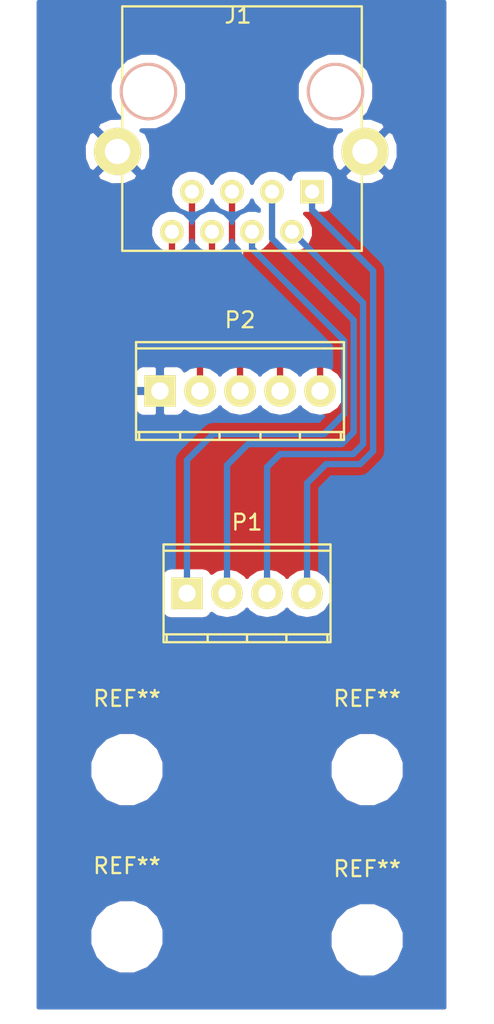
<source format=kicad_pcb>
(kicad_pcb (version 4) (host pcbnew "(2016-02-29 BZR 6601, Git bd80063)-product")

  (general
    (links 10)
    (no_connects 0)
    (area 0 0 0 0)
    (thickness 1.6)
    (drawings 0)
    (tracks 43)
    (zones 0)
    (modules 7)
    (nets 10)
  )

  (page A4)
  (layers
    (0 F.Cu signal)
    (31 B.Cu signal)
    (32 B.Adhes user)
    (33 F.Adhes user)
    (34 B.Paste user)
    (35 F.Paste user)
    (36 B.SilkS user)
    (37 F.SilkS user)
    (38 B.Mask user)
    (39 F.Mask user)
    (40 Dwgs.User user)
    (41 Cmts.User user)
    (42 Eco1.User user)
    (43 Eco2.User user)
    (44 Edge.Cuts user)
    (45 Margin user)
    (46 B.CrtYd user)
    (47 F.CrtYd user)
    (48 B.Fab user)
    (49 F.Fab user)
  )

  (setup
    (last_trace_width 0.4)
    (trace_clearance 0.2)
    (zone_clearance 0.508)
    (zone_45_only no)
    (trace_min 0.2)
    (segment_width 0.2)
    (edge_width 0.15)
    (via_size 0.6)
    (via_drill 0.4)
    (via_min_size 0.4)
    (via_min_drill 0.3)
    (uvia_size 0.3)
    (uvia_drill 0.1)
    (uvias_allowed no)
    (uvia_min_size 0.2)
    (uvia_min_drill 0.1)
    (pcb_text_width 0.3)
    (pcb_text_size 1.5 1.5)
    (mod_edge_width 0.15)
    (mod_text_size 1 1)
    (mod_text_width 0.15)
    (pad_size 1.524 1.524)
    (pad_drill 0.762)
    (pad_to_mask_clearance 0.2)
    (aux_axis_origin 0 0)
    (visible_elements FFFFFF7F)
    (pcbplotparams
      (layerselection 0x00030_ffffffff)
      (usegerberextensions false)
      (excludeedgelayer true)
      (linewidth 0.100000)
      (plotframeref false)
      (viasonmask false)
      (mode 1)
      (useauxorigin false)
      (hpglpennumber 1)
      (hpglpenspeed 20)
      (hpglpendiameter 15)
      (psnegative false)
      (psa4output false)
      (plotreference true)
      (plotvalue true)
      (plotinvisibletext false)
      (padsonsilk false)
      (subtractmaskfromsilk false)
      (outputformat 1)
      (mirror false)
      (drillshape 1)
      (scaleselection 1)
      (outputdirectory ""))
  )

  (net 0 "")
  (net 1 "Net-(J1-Pad1)")
  (net 2 "Net-(J1-Pad2)")
  (net 3 "Net-(J1-Pad3)")
  (net 4 "Net-(J1-Pad4)")
  (net 5 "Net-(J1-Pad5)")
  (net 6 "Net-(J1-Pad6)")
  (net 7 "Net-(J1-Pad7)")
  (net 8 "Net-(J1-Pad8)")
  (net 9 "Net-(J1-Pad9)")

  (net_class Default "Dies ist die voreingestellte Netzklasse."
    (clearance 0.2)
    (trace_width 0.4)
    (via_dia 0.6)
    (via_drill 0.4)
    (uvia_dia 0.3)
    (uvia_drill 0.1)
    (add_net "Net-(J1-Pad1)")
    (add_net "Net-(J1-Pad2)")
    (add_net "Net-(J1-Pad3)")
    (add_net "Net-(J1-Pad4)")
    (add_net "Net-(J1-Pad5)")
    (add_net "Net-(J1-Pad6)")
    (add_net "Net-(J1-Pad7)")
    (add_net "Net-(J1-Pad8)")
    (add_net "Net-(J1-Pad9)")
  )

  (module Mounting_Holes:MountingHole_3.5mm (layer F.Cu) (tedit 56D1B4CB) (tstamp 56E9651E)
    (at 140.97 128.5875)
    (descr "Mounting Hole 3.5mm, no annular")
    (tags "mounting hole 3.5mm no annular")
    (fp_text reference REF** (at 0 -4.5) (layer F.SilkS)
      (effects (font (size 1 1) (thickness 0.15)))
    )
    (fp_text value MountingHole_3.5mm (at 0 4.5) (layer F.Fab)
      (effects (font (size 1 1) (thickness 0.15)))
    )
    (fp_circle (center 0 0) (end 3.5 0) (layer Cmts.User) (width 0.15))
    (fp_circle (center 0 0) (end 3.75 0) (layer F.CrtYd) (width 0.05))
    (pad 1 np_thru_hole circle (at 0 0) (size 3.5 3.5) (drill 3.5) (layers *.Cu *.Mask F.SilkS))
  )

  (module Mounting_Holes:MountingHole_3.5mm (layer F.Cu) (tedit 56D1B4CB) (tstamp 56E9651A)
    (at 125.73 128.397)
    (descr "Mounting Hole 3.5mm, no annular")
    (tags "mounting hole 3.5mm no annular")
    (fp_text reference REF** (at 0 -4.5) (layer F.SilkS)
      (effects (font (size 1 1) (thickness 0.15)))
    )
    (fp_text value MountingHole_3.5mm (at 0 4.5) (layer F.Fab)
      (effects (font (size 1 1) (thickness 0.15)))
    )
    (fp_circle (center 0 0) (end 3.5 0) (layer Cmts.User) (width 0.15))
    (fp_circle (center 0 0) (end 3.75 0) (layer F.CrtYd) (width 0.05))
    (pad 1 np_thru_hole circle (at 0 0) (size 3.5 3.5) (drill 3.5) (layers *.Cu *.Mask F.SilkS))
  )

  (module Mounting_Holes:MountingHole_3.5mm (layer F.Cu) (tedit 56D1B4CB) (tstamp 56E96512)
    (at 140.97 117.7925)
    (descr "Mounting Hole 3.5mm, no annular")
    (tags "mounting hole 3.5mm no annular")
    (fp_text reference REF** (at 0 -4.5) (layer F.SilkS)
      (effects (font (size 1 1) (thickness 0.15)))
    )
    (fp_text value MountingHole_3.5mm (at 0 4.5) (layer F.Fab)
      (effects (font (size 1 1) (thickness 0.15)))
    )
    (fp_circle (center 0 0) (end 3.5 0) (layer Cmts.User) (width 0.15))
    (fp_circle (center 0 0) (end 3.75 0) (layer F.CrtYd) (width 0.05))
    (pad 1 np_thru_hole circle (at 0 0) (size 3.5 3.5) (drill 3.5) (layers *.Cu *.Mask F.SilkS))
  )

  (module Terminal_Blocks:TerminalBlock_Pheonix_MPT-2.54mm_4pol (layer F.Cu) (tedit 0) (tstamp 56E961CC)
    (at 129.54 106.6165)
    (descr "4-way 2.54mm pitch terminal block, Phoenix MPT series")
    (path /56E95F7A)
    (fp_text reference P1 (at 3.81 -4.50088) (layer F.SilkS)
      (effects (font (size 1 1) (thickness 0.15)))
    )
    (fp_text value CONN_4 (at 3.81 4.50088) (layer F.Fab)
      (effects (font (size 1 1) (thickness 0.15)))
    )
    (fp_line (start -1.778 -3.302) (end 9.398 -3.302) (layer F.CrtYd) (width 0.05))
    (fp_line (start -1.778 3.302) (end -1.778 -3.302) (layer F.CrtYd) (width 0.05))
    (fp_line (start 9.398 3.302) (end -1.778 3.302) (layer F.CrtYd) (width 0.05))
    (fp_line (start 9.398 -3.302) (end 9.398 3.302) (layer F.CrtYd) (width 0.05))
    (fp_line (start 9.11098 -3.0988) (end -1.49098 -3.0988) (layer F.SilkS) (width 0.15))
    (fp_line (start -1.49098 -2.70002) (end 9.11098 -2.70002) (layer F.SilkS) (width 0.15))
    (fp_line (start -1.49098 2.60096) (end 9.11098 2.60096) (layer F.SilkS) (width 0.15))
    (fp_line (start 9.11098 3.0988) (end -1.49098 3.0988) (layer F.SilkS) (width 0.15))
    (fp_line (start 6.30682 2.60096) (end 6.30682 3.0988) (layer F.SilkS) (width 0.15))
    (fp_line (start 3.81 2.60096) (end 3.81 3.0988) (layer F.SilkS) (width 0.15))
    (fp_line (start -1.28778 3.0988) (end -1.28778 2.60096) (layer F.SilkS) (width 0.15))
    (fp_line (start 8.91032 2.60096) (end 8.91032 3.0988) (layer F.SilkS) (width 0.15))
    (fp_line (start 1.31318 3.0988) (end 1.31318 2.60096) (layer F.SilkS) (width 0.15))
    (fp_line (start 9.10844 3.0988) (end 9.10844 -3.0988) (layer F.SilkS) (width 0.15))
    (fp_line (start -1.4859 -3.0988) (end -1.4859 3.0988) (layer F.SilkS) (width 0.15))
    (pad 4 thru_hole oval (at 7.62 0 180) (size 1.99898 1.99898) (drill 1.09728) (layers *.Cu *.Mask F.SilkS)
      (net 1 "Net-(J1-Pad1)"))
    (pad 1 thru_hole rect (at 0 0 180) (size 1.99898 1.99898) (drill 1.09728) (layers *.Cu *.Mask F.SilkS)
      (net 4 "Net-(J1-Pad4)"))
    (pad 2 thru_hole oval (at 2.54 0 180) (size 1.99898 1.99898) (drill 1.09728) (layers *.Cu *.Mask F.SilkS)
      (net 3 "Net-(J1-Pad3)"))
    (pad 3 thru_hole oval (at 5.08 0 180) (size 1.99898 1.99898) (drill 1.09728) (layers *.Cu *.Mask F.SilkS)
      (net 2 "Net-(J1-Pad2)"))
    (model Terminal_Blocks.3dshapes/TerminalBlock_Pheonix_MPT-2.54mm_4pol.wrl
      (at (xyz 0.15 0 0))
      (scale (xyz 1 1 1))
      (rotate (xyz 0 0 0))
    )
  )

  (module Terminal_Blocks:TerminalBlock_Pheonix_MPT-2.54mm_5pol (layer F.Cu) (tedit 0) (tstamp 56E961D5)
    (at 127.8255 93.7895)
    (descr "5-way 2.54mm pitch terminal block, Phoenix MPT series")
    (path /56E95FCC)
    (fp_text reference P2 (at 5.08 -4.50088) (layer F.SilkS)
      (effects (font (size 1 1) (thickness 0.15)))
    )
    (fp_text value CONN_5 (at 5.08 4.50088) (layer F.Fab)
      (effects (font (size 1 1) (thickness 0.15)))
    )
    (fp_line (start -1.778 -3.302) (end 11.938 -3.302) (layer F.CrtYd) (width 0.05))
    (fp_line (start -1.778 3.302) (end -1.778 -3.302) (layer F.CrtYd) (width 0.05))
    (fp_line (start 11.938 3.302) (end -1.778 3.302) (layer F.CrtYd) (width 0.05))
    (fp_line (start 11.938 -3.302) (end 11.938 3.302) (layer F.CrtYd) (width 0.05))
    (fp_line (start 8.87984 2.60096) (end 8.87984 3.0988) (layer F.SilkS) (width 0.15))
    (fp_line (start 11.67892 3.0988) (end -1.51892 3.0988) (layer F.SilkS) (width 0.15))
    (fp_line (start -1.51892 2.60096) (end 11.67892 2.60096) (layer F.SilkS) (width 0.15))
    (fp_line (start -1.51892 -2.70002) (end 11.67892 -2.70002) (layer F.SilkS) (width 0.15))
    (fp_line (start 11.67892 -3.0988) (end -1.51892 -3.0988) (layer F.SilkS) (width 0.15))
    (fp_line (start 6.37794 2.60096) (end 6.37794 3.0988) (layer F.SilkS) (width 0.15))
    (fp_line (start 3.77952 2.60096) (end 3.77952 3.0988) (layer F.SilkS) (width 0.15))
    (fp_line (start -1.31826 3.0988) (end -1.31826 2.60096) (layer F.SilkS) (width 0.15))
    (fp_line (start 11.47826 2.60096) (end 11.47826 3.0988) (layer F.SilkS) (width 0.15))
    (fp_line (start 1.2827 3.0988) (end 1.2827 2.60096) (layer F.SilkS) (width 0.15))
    (fp_line (start 11.67638 3.0988) (end 11.67638 -3.0988) (layer F.SilkS) (width 0.15))
    (fp_line (start -1.51638 -3.0988) (end -1.51638 3.0988) (layer F.SilkS) (width 0.15))
    (pad 4 thru_hole oval (at 7.62 0 180) (size 1.99898 1.99898) (drill 1.09728) (layers *.Cu *.Mask F.SilkS)
      (net 6 "Net-(J1-Pad6)"))
    (pad 1 thru_hole rect (at 0 0 180) (size 1.99898 1.99898) (drill 1.09728) (layers *.Cu *.Mask F.SilkS)
      (net 9 "Net-(J1-Pad9)"))
    (pad 2 thru_hole oval (at 2.54 0 180) (size 1.99898 1.99898) (drill 1.09728) (layers *.Cu *.Mask F.SilkS)
      (net 8 "Net-(J1-Pad8)"))
    (pad 3 thru_hole oval (at 5.08 0 180) (size 1.99898 1.99898) (drill 1.09728) (layers *.Cu *.Mask F.SilkS)
      (net 7 "Net-(J1-Pad7)"))
    (pad 5 thru_hole oval (at 10.16 0 180) (size 1.99898 1.99898) (drill 1.09728) (layers *.Cu *.Mask F.SilkS)
      (net 5 "Net-(J1-Pad5)"))
    (model Terminal_Blocks.3dshapes/TerminalBlock_Pheonix_MPT-2.54mm_5pol.wrl
      (at (xyz 0.2 0 0))
      (scale (xyz 1 1 1))
      (rotate (xyz 0 0 0))
    )
  )

  (module Mounting_Holes:MountingHole_3.5mm (layer F.Cu) (tedit 56D1B4CB) (tstamp 56E9650A)
    (at 125.73 117.7925)
    (descr "Mounting Hole 3.5mm, no annular")
    (tags "mounting hole 3.5mm no annular")
    (fp_text reference REF** (at 0 -4.5) (layer F.SilkS)
      (effects (font (size 1 1) (thickness 0.15)))
    )
    (fp_text value MountingHole_3.5mm (at 0 4.5) (layer F.Fab)
      (effects (font (size 1 1) (thickness 0.15)))
    )
    (fp_circle (center 0 0) (end 3.5 0) (layer Cmts.User) (width 0.15))
    (fp_circle (center 0 0) (end 3.75 0) (layer F.CrtYd) (width 0.05))
    (pad 1 np_thru_hole circle (at 0 0) (size 3.5 3.5) (drill 3.5) (layers *.Cu *.Mask F.SilkS))
  )

  (module rj45_vertical_mhrjj88nfvs:RJ45_8 (layer F.Cu) (tedit 56E965DE) (tstamp 56E96733)
    (at 133.0325 74.803 180)
    (tags RJ45)
    (path /56E95EDF)
    (fp_text reference J1 (at 0.254 4.826 180) (layer F.SilkS)
      (effects (font (size 1 1) (thickness 0.15)))
    )
    (fp_text value RJ45 (at 0.14224 -0.1016 180) (layer F.Fab)
      (effects (font (size 1 1) (thickness 0.15)))
    )
    (fp_line (start -7.6 5.4) (end 7.6 5.4) (layer F.SilkS) (width 0.15))
    (fp_line (start 7.6 5.4) (end 7.6 -10.1) (layer F.SilkS) (width 0.15))
    (fp_line (start 7.6 -10.1) (end -7.6 -10.1) (layer F.SilkS) (width 0.15))
    (fp_line (start -7.6 -10.1) (end -7.6 5.4) (layer F.SilkS) (width 0.15))
    (pad Hole np_thru_hole circle (at 5.93852 0 180) (size 3.64998 3.64998) (drill 3.2512) (layers *.Cu *.SilkS *.Mask))
    (pad Hole np_thru_hole circle (at -5.9309 0 180) (size 3.64998 3.64998) (drill 3.2512) (layers *.Cu *.SilkS *.Mask))
    (pad 1 thru_hole rect (at -4.445 -6.35 180) (size 1.50114 1.50114) (drill 0.89916) (layers *.Cu *.Mask F.SilkS)
      (net 1 "Net-(J1-Pad1)"))
    (pad 2 thru_hole circle (at -3.175 -8.89 180) (size 1.50114 1.50114) (drill 0.89916) (layers *.Cu *.Mask F.SilkS)
      (net 2 "Net-(J1-Pad2)"))
    (pad 3 thru_hole circle (at -1.905 -6.35 180) (size 1.50114 1.50114) (drill 0.89916) (layers *.Cu *.Mask F.SilkS)
      (net 3 "Net-(J1-Pad3)"))
    (pad 4 thru_hole circle (at -0.635 -8.89 180) (size 1.50114 1.50114) (drill 0.89916) (layers *.Cu *.Mask F.SilkS)
      (net 4 "Net-(J1-Pad4)"))
    (pad 5 thru_hole circle (at 0.635 -6.35 180) (size 1.50114 1.50114) (drill 0.89916) (layers *.Cu *.Mask F.SilkS)
      (net 5 "Net-(J1-Pad5)"))
    (pad 6 thru_hole circle (at 1.905 -8.89 180) (size 1.50114 1.50114) (drill 0.89916) (layers *.Cu *.Mask F.SilkS)
      (net 6 "Net-(J1-Pad6)"))
    (pad 7 thru_hole circle (at 3.175 -6.35 180) (size 1.50114 1.50114) (drill 0.89916) (layers *.Cu *.Mask F.SilkS)
      (net 7 "Net-(J1-Pad7)"))
    (pad 8 thru_hole circle (at 4.445 -8.89 180) (size 1.50114 1.50114) (drill 0.89916) (layers *.Cu *.Mask F.SilkS)
      (net 8 "Net-(J1-Pad8)"))
    (pad 9 thru_hole circle (at -7.8 -3.8 180) (size 3 3) (drill 1.6) (layers *.Cu *.Mask F.SilkS)
      (net 9 "Net-(J1-Pad9)"))
    (pad 9 thru_hole circle (at 7.9 -3.8 180) (size 3 3) (drill 1.6) (layers *.Cu *.Mask F.SilkS)
      (net 9 "Net-(J1-Pad9)"))
    (model Connect.3dshapes/RJ45_8.wrl
      (at (xyz 0 0 0))
      (scale (xyz 0.4 0.4 0.4))
      (rotate (xyz 0 0 0))
    )
  )

  (segment (start 137.16 106.6165) (end 137.16 99.6315) (width 0.4) (layer B.Cu) (net 1))
  (segment (start 137.16 99.6315) (end 138.3665 98.425) (width 0.4) (layer B.Cu) (net 1))
  (segment (start 138.3665 98.425) (end 140.5255 98.425) (width 0.4) (layer B.Cu) (net 1))
  (segment (start 141.351 86.17707) (end 137.4775 82.30357) (width 0.4) (layer B.Cu) (net 1))
  (segment (start 140.5255 98.425) (end 141.351 97.5995) (width 0.4) (layer B.Cu) (net 1))
  (segment (start 141.351 97.5995) (end 141.351 86.17707) (width 0.4) (layer B.Cu) (net 1))
  (segment (start 137.4775 82.30357) (end 137.4775 81.153) (width 0.4) (layer B.Cu) (net 1))
  (segment (start 134.62 106.6165) (end 134.62 98.6155) (width 0.4) (layer B.Cu) (net 2))
  (segment (start 134.62 98.6155) (end 135.4455 97.79) (width 0.4) (layer B.Cu) (net 2))
  (segment (start 135.4455 97.79) (end 140.081 97.79) (width 0.4) (layer B.Cu) (net 2))
  (segment (start 140.081 97.79) (end 140.716 97.155) (width 0.4) (layer B.Cu) (net 2))
  (segment (start 140.716 97.155) (end 140.716 88.2015) (width 0.4) (layer B.Cu) (net 2))
  (segment (start 140.716 88.2015) (end 136.2075 83.693) (width 0.4) (layer B.Cu) (net 2))
  (segment (start 132.08 106.6165) (end 132.08 98.4885) (width 0.4) (layer B.Cu) (net 3))
  (segment (start 132.08 98.4885) (end 133.4135 97.155) (width 0.4) (layer B.Cu) (net 3))
  (segment (start 133.4135 97.155) (end 139.353989 97.155) (width 0.4) (layer B.Cu) (net 3))
  (segment (start 139.353989 97.155) (end 140.115989 96.393) (width 0.4) (layer B.Cu) (net 3))
  (segment (start 140.115989 96.393) (end 140.115989 89.304335) (width 0.4) (layer B.Cu) (net 3))
  (segment (start 140.115989 89.304335) (end 134.9375 84.125846) (width 0.4) (layer B.Cu) (net 3))
  (segment (start 134.9375 84.125846) (end 134.9375 82.214466) (width 0.4) (layer B.Cu) (net 3))
  (segment (start 134.9375 82.214466) (end 134.9375 81.153) (width 0.4) (layer B.Cu) (net 3))
  (segment (start 139.515978 95.241032) (end 138.23701 96.52) (width 0.4) (layer B.Cu) (net 4))
  (segment (start 129.54 98.171) (end 131.191 96.52) (width 0.4) (layer B.Cu) (net 4))
  (segment (start 131.191 96.52) (end 138.23701 96.52) (width 0.4) (layer B.Cu) (net 4))
  (segment (start 129.54 106.6165) (end 129.54 98.171) (width 0.4) (layer B.Cu) (net 4))
  (segment (start 139.515978 90.602944) (end 139.515978 95.241032) (width 0.4) (layer B.Cu) (net 4))
  (segment (start 133.6675 84.754466) (end 139.515978 90.602944) (width 0.4) (layer B.Cu) (net 4))
  (segment (start 133.6675 83.693) (end 133.6675 84.754466) (width 0.4) (layer B.Cu) (net 4))
  (segment (start 137.9855 93.7895) (end 137.9855 91.821) (width 0.4) (layer F.Cu) (net 5))
  (segment (start 137.9855 91.821) (end 132.3975 86.233) (width 0.4) (layer F.Cu) (net 5))
  (segment (start 132.3975 86.233) (end 132.3975 82.214466) (width 0.4) (layer F.Cu) (net 5))
  (segment (start 132.3975 82.214466) (end 132.3975 81.153) (width 0.4) (layer F.Cu) (net 5))
  (segment (start 135.4455 93.7895) (end 135.4455 91.186) (width 0.4) (layer F.Cu) (net 6))
  (segment (start 135.4455 91.186) (end 131.1275 86.868) (width 0.4) (layer F.Cu) (net 6))
  (segment (start 131.1275 86.868) (end 131.1275 83.693) (width 0.4) (layer F.Cu) (net 6))
  (segment (start 132.9055 93.7895) (end 132.9055 90.9955) (width 0.4) (layer F.Cu) (net 7))
  (segment (start 132.9055 90.9955) (end 129.8575 87.9475) (width 0.4) (layer F.Cu) (net 7))
  (segment (start 129.8575 87.9475) (end 129.8575 82.214466) (width 0.4) (layer F.Cu) (net 7))
  (segment (start 129.8575 82.214466) (end 129.8575 81.153) (width 0.4) (layer F.Cu) (net 7))
  (segment (start 128.5875 88.224542) (end 128.5875 84.754466) (width 0.4) (layer F.Cu) (net 8))
  (segment (start 130.3655 93.7895) (end 130.3655 90.002542) (width 0.4) (layer F.Cu) (net 8))
  (segment (start 128.5875 84.754466) (end 128.5875 83.693) (width 0.4) (layer F.Cu) (net 8))
  (segment (start 130.3655 90.002542) (end 128.5875 88.224542) (width 0.4) (layer F.Cu) (net 8))

  (zone (net 9) (net_name "Net-(J1-Pad9)") (layer B.Cu) (tstamp 0) (hatch edge 0.508)
    (connect_pads (clearance 0.508))
    (min_thickness 0.254)
    (fill yes (arc_segments 16) (thermal_gap 0.508) (thermal_bridge_width 0.508))
    (polygon
      (pts
        (xy 120 69) (xy 146 69) (xy 146 133) (xy 120 133)
      )
    )
    (filled_polygon
      (pts
        (xy 145.873 132.873) (xy 120.127 132.873) (xy 120.127 128.869325) (xy 123.344587 128.869325) (xy 123.706916 129.746229)
        (xy 124.377242 130.417726) (xy 125.253513 130.781585) (xy 126.202325 130.782413) (xy 127.079229 130.420084) (xy 127.750726 129.749758)
        (xy 128.03721 129.059825) (xy 138.584587 129.059825) (xy 138.946916 129.936729) (xy 139.617242 130.608226) (xy 140.493513 130.972085)
        (xy 141.442325 130.972913) (xy 142.319229 130.610584) (xy 142.990726 129.940258) (xy 143.354585 129.063987) (xy 143.355413 128.115175)
        (xy 142.993084 127.238271) (xy 142.322758 126.566774) (xy 141.446487 126.202915) (xy 140.497675 126.202087) (xy 139.620771 126.564416)
        (xy 138.949274 127.234742) (xy 138.585415 128.111013) (xy 138.584587 129.059825) (xy 128.03721 129.059825) (xy 128.114585 128.873487)
        (xy 128.115413 127.924675) (xy 127.753084 127.047771) (xy 127.082758 126.376274) (xy 126.206487 126.012415) (xy 125.257675 126.011587)
        (xy 124.380771 126.373916) (xy 123.709274 127.044242) (xy 123.345415 127.920513) (xy 123.344587 128.869325) (xy 120.127 128.869325)
        (xy 120.127 118.264825) (xy 123.344587 118.264825) (xy 123.706916 119.141729) (xy 124.377242 119.813226) (xy 125.253513 120.177085)
        (xy 126.202325 120.177913) (xy 127.079229 119.815584) (xy 127.750726 119.145258) (xy 128.114585 118.268987) (xy 128.114588 118.264825)
        (xy 138.584587 118.264825) (xy 138.946916 119.141729) (xy 139.617242 119.813226) (xy 140.493513 120.177085) (xy 141.442325 120.177913)
        (xy 142.319229 119.815584) (xy 142.990726 119.145258) (xy 143.354585 118.268987) (xy 143.355413 117.320175) (xy 142.993084 116.443271)
        (xy 142.322758 115.771774) (xy 141.446487 115.407915) (xy 140.497675 115.407087) (xy 139.620771 115.769416) (xy 138.949274 116.439742)
        (xy 138.585415 117.316013) (xy 138.584587 118.264825) (xy 128.114588 118.264825) (xy 128.115413 117.320175) (xy 127.753084 116.443271)
        (xy 127.082758 115.771774) (xy 126.206487 115.407915) (xy 125.257675 115.407087) (xy 124.380771 115.769416) (xy 123.709274 116.439742)
        (xy 123.345415 117.316013) (xy 123.344587 118.264825) (xy 120.127 118.264825) (xy 120.127 94.07525) (xy 126.19101 94.07525)
        (xy 126.19101 94.9153) (xy 126.287683 95.148689) (xy 126.466312 95.327317) (xy 126.699701 95.42399) (xy 127.53975 95.42399)
        (xy 127.6985 95.26524) (xy 127.6985 93.9165) (xy 126.34976 93.9165) (xy 126.19101 94.07525) (xy 120.127 94.07525)
        (xy 120.127 92.6637) (xy 126.19101 92.6637) (xy 126.19101 93.50375) (xy 126.34976 93.6625) (xy 127.6985 93.6625)
        (xy 127.6985 92.31376) (xy 127.53975 92.15501) (xy 126.699701 92.15501) (xy 126.466312 92.251683) (xy 126.287683 92.430311)
        (xy 126.19101 92.6637) (xy 120.127 92.6637) (xy 120.127 83.967398) (xy 127.20169 83.967398) (xy 127.412186 84.476837)
        (xy 127.801613 84.866944) (xy 128.310684 85.078329) (xy 128.861898 85.07881) (xy 129.371337 84.868314) (xy 129.761444 84.478887)
        (xy 129.857475 84.247619) (xy 129.952186 84.476837) (xy 130.341613 84.866944) (xy 130.850684 85.078329) (xy 131.401898 85.07881)
        (xy 131.911337 84.868314) (xy 132.301444 84.478887) (xy 132.397475 84.247619) (xy 132.492186 84.476837) (xy 132.848219 84.833492)
        (xy 132.896061 85.074007) (xy 133.075175 85.34207) (xy 133.077066 85.3449) (xy 138.680978 90.948812) (xy 138.680978 92.304795)
        (xy 138.643014 92.279428) (xy 138.017522 92.15501) (xy 137.953478 92.15501) (xy 137.327986 92.279428) (xy 136.797719 92.633741)
        (xy 136.7155 92.75679) (xy 136.633281 92.633741) (xy 136.103014 92.279428) (xy 135.477522 92.15501) (xy 135.413478 92.15501)
        (xy 134.787986 92.279428) (xy 134.257719 92.633741) (xy 134.1755 92.75679) (xy 134.093281 92.633741) (xy 133.563014 92.279428)
        (xy 132.937522 92.15501) (xy 132.873478 92.15501) (xy 132.247986 92.279428) (xy 131.717719 92.633741) (xy 131.6355 92.75679)
        (xy 131.553281 92.633741) (xy 131.023014 92.279428) (xy 130.397522 92.15501) (xy 130.333478 92.15501) (xy 129.707986 92.279428)
        (xy 129.389082 92.492513) (xy 129.363317 92.430311) (xy 129.184688 92.251683) (xy 128.951299 92.15501) (xy 128.11125 92.15501)
        (xy 127.9525 92.31376) (xy 127.9525 93.6625) (xy 127.9725 93.6625) (xy 127.9725 93.9165) (xy 127.9525 93.9165)
        (xy 127.9525 95.26524) (xy 128.11125 95.42399) (xy 128.951299 95.42399) (xy 129.184688 95.327317) (xy 129.363317 95.148689)
        (xy 129.389082 95.086487) (xy 129.707986 95.299572) (xy 130.333478 95.42399) (xy 130.397522 95.42399) (xy 131.023014 95.299572)
        (xy 131.553281 94.945259) (xy 131.6355 94.82221) (xy 131.717719 94.945259) (xy 132.247986 95.299572) (xy 132.873478 95.42399)
        (xy 132.937522 95.42399) (xy 133.563014 95.299572) (xy 134.093281 94.945259) (xy 134.1755 94.82221) (xy 134.257719 94.945259)
        (xy 134.787986 95.299572) (xy 135.413478 95.42399) (xy 135.477522 95.42399) (xy 136.103014 95.299572) (xy 136.633281 94.945259)
        (xy 136.7155 94.82221) (xy 136.797719 94.945259) (xy 137.327986 95.299572) (xy 137.953478 95.42399) (xy 138.017522 95.42399)
        (xy 138.185581 95.390561) (xy 137.891142 95.685) (xy 131.191 95.685) (xy 130.87146 95.74856) (xy 130.600566 95.929566)
        (xy 128.949566 97.580566) (xy 128.768561 97.851459) (xy 128.705 98.171) (xy 128.705 104.96957) (xy 128.54051 104.96957)
        (xy 128.292745 105.018853) (xy 128.082701 105.159201) (xy 127.942353 105.369245) (xy 127.89307 105.61701) (xy 127.89307 107.61599)
        (xy 127.942353 107.863755) (xy 128.082701 108.073799) (xy 128.292745 108.214147) (xy 128.54051 108.26343) (xy 130.53949 108.26343)
        (xy 130.787255 108.214147) (xy 130.997299 108.073799) (xy 131.104159 107.913873) (xy 131.422486 108.126572) (xy 132.047978 108.25099)
        (xy 132.112022 108.25099) (xy 132.737514 108.126572) (xy 133.267781 107.772259) (xy 133.35 107.64921) (xy 133.432219 107.772259)
        (xy 133.962486 108.126572) (xy 134.587978 108.25099) (xy 134.652022 108.25099) (xy 135.277514 108.126572) (xy 135.807781 107.772259)
        (xy 135.89 107.64921) (xy 135.972219 107.772259) (xy 136.502486 108.126572) (xy 137.127978 108.25099) (xy 137.192022 108.25099)
        (xy 137.817514 108.126572) (xy 138.347781 107.772259) (xy 138.702094 107.241992) (xy 138.826512 106.6165) (xy 138.702094 105.991008)
        (xy 138.347781 105.460741) (xy 137.995 105.22502) (xy 137.995 99.977368) (xy 138.712368 99.26) (xy 140.5255 99.26)
        (xy 140.845041 99.196439) (xy 141.115934 99.015434) (xy 141.941434 98.189934) (xy 141.995151 98.109541) (xy 142.122439 97.919041)
        (xy 142.186 97.5995) (xy 142.186 86.17707) (xy 142.122439 85.857529) (xy 141.941434 85.586636) (xy 138.698015 82.343217)
        (xy 138.826227 82.151335) (xy 138.87551 81.90357) (xy 138.87551 80.40243) (xy 138.826227 80.154665) (xy 138.80104 80.11697)
        (xy 139.498135 80.11697) (xy 139.657918 80.435739) (xy 140.448687 80.745723) (xy 141.297887 80.729497) (xy 142.007082 80.435739)
        (xy 142.166865 80.11697) (xy 140.8325 78.782605) (xy 139.498135 80.11697) (xy 138.80104 80.11697) (xy 138.685879 79.944621)
        (xy 138.475835 79.804273) (xy 138.22807 79.75499) (xy 136.72693 79.75499) (xy 136.479165 79.804273) (xy 136.269121 79.944621)
        (xy 136.128773 80.154665) (xy 136.090545 80.346855) (xy 135.723387 79.979056) (xy 135.214316 79.767671) (xy 134.663102 79.76719)
        (xy 134.153663 79.977686) (xy 133.763556 80.367113) (xy 133.667525 80.598381) (xy 133.572814 80.369163) (xy 133.183387 79.979056)
        (xy 132.674316 79.767671) (xy 132.123102 79.76719) (xy 131.613663 79.977686) (xy 131.223556 80.367113) (xy 131.127525 80.598381)
        (xy 131.032814 80.369163) (xy 130.643387 79.979056) (xy 130.134316 79.767671) (xy 129.583102 79.76719) (xy 129.073663 79.977686)
        (xy 128.683556 80.367113) (xy 128.472171 80.876184) (xy 128.47169 81.427398) (xy 128.682186 81.936837) (xy 129.071613 82.326944)
        (xy 129.580684 82.538329) (xy 130.131898 82.53881) (xy 130.641337 82.328314) (xy 131.031444 81.938887) (xy 131.127475 81.707619)
        (xy 131.222186 81.936837) (xy 131.611613 82.326944) (xy 132.120684 82.538329) (xy 132.671898 82.53881) (xy 133.181337 82.328314)
        (xy 133.571444 81.938887) (xy 133.667475 81.707619) (xy 133.762186 81.936837) (xy 134.1025 82.277745) (xy 134.1025 82.373355)
        (xy 133.944316 82.307671) (xy 133.393102 82.30719) (xy 132.883663 82.517686) (xy 132.493556 82.907113) (xy 132.397525 83.138381)
        (xy 132.302814 82.909163) (xy 131.913387 82.519056) (xy 131.404316 82.307671) (xy 130.853102 82.30719) (xy 130.343663 82.517686)
        (xy 129.953556 82.907113) (xy 129.857525 83.138381) (xy 129.762814 82.909163) (xy 129.373387 82.519056) (xy 128.864316 82.307671)
        (xy 128.313102 82.30719) (xy 127.803663 82.517686) (xy 127.413556 82.907113) (xy 127.202171 83.416184) (xy 127.20169 83.967398)
        (xy 120.127 83.967398) (xy 120.127 80.11697) (xy 123.798135 80.11697) (xy 123.957918 80.435739) (xy 124.748687 80.745723)
        (xy 125.597887 80.729497) (xy 126.307082 80.435739) (xy 126.466865 80.11697) (xy 125.1325 78.782605) (xy 123.798135 80.11697)
        (xy 120.127 80.11697) (xy 120.127 78.219187) (xy 122.989777 78.219187) (xy 123.006003 79.068387) (xy 123.299761 79.777582)
        (xy 123.61853 79.937365) (xy 124.952895 78.603) (xy 123.61853 77.268635) (xy 123.299761 77.428418) (xy 122.989777 78.219187)
        (xy 120.127 78.219187) (xy 120.127 77.08903) (xy 123.798135 77.08903) (xy 125.1325 78.423395) (xy 125.146643 78.409253)
        (xy 125.326248 78.588858) (xy 125.312105 78.603) (xy 126.64647 79.937365) (xy 126.965239 79.777582) (xy 127.275223 78.986813)
        (xy 127.258997 78.137613) (xy 126.965239 77.428418) (xy 126.646472 77.268636) (xy 126.652502 77.262606) (xy 127.581155 77.263416)
        (xy 128.485632 76.889694) (xy 129.178242 76.198292) (xy 129.553542 75.294469) (xy 129.553545 75.290175) (xy 136.502984 75.290175)
        (xy 136.876706 76.194652) (xy 137.568108 76.887262) (xy 138.471931 77.262562) (xy 139.313188 77.263296) (xy 139.318528 77.268636)
        (xy 138.999761 77.428418) (xy 138.689777 78.219187) (xy 138.706003 79.068387) (xy 138.999761 79.777582) (xy 139.31853 79.937365)
        (xy 140.652895 78.603) (xy 141.012105 78.603) (xy 142.34647 79.937365) (xy 142.665239 79.777582) (xy 142.975223 78.986813)
        (xy 142.958997 78.137613) (xy 142.665239 77.428418) (xy 142.34647 77.268635) (xy 141.012105 78.603) (xy 140.652895 78.603)
        (xy 140.638753 78.588858) (xy 140.818358 78.409253) (xy 140.8325 78.423395) (xy 142.166865 77.08903) (xy 142.007082 76.770261)
        (xy 141.216313 76.460277) (xy 140.776807 76.468675) (xy 141.047662 76.198292) (xy 141.422962 75.294469) (xy 141.423816 74.315825)
        (xy 141.050094 73.411348) (xy 140.358692 72.718738) (xy 139.454869 72.343438) (xy 138.476225 72.342584) (xy 137.571748 72.716306)
        (xy 136.879138 73.407708) (xy 136.503838 74.311531) (xy 136.502984 75.290175) (xy 129.553545 75.290175) (xy 129.554396 74.315825)
        (xy 129.180674 73.411348) (xy 128.489272 72.718738) (xy 127.585449 72.343438) (xy 126.606805 72.342584) (xy 125.702328 72.716306)
        (xy 125.009718 73.407708) (xy 124.634418 74.311531) (xy 124.633564 75.290175) (xy 125.007286 76.194652) (xy 125.277012 76.464849)
        (xy 124.667113 76.476503) (xy 123.957918 76.770261) (xy 123.798135 77.08903) (xy 120.127 77.08903) (xy 120.127 69.127)
        (xy 145.873 69.127)
      )
    )
  )
  (zone (net 9) (net_name "Net-(J1-Pad9)") (layer F.Cu) (tstamp 0) (hatch edge 0.508)
    (connect_pads (clearance 0.508))
    (min_thickness 0.254)
    (fill yes (arc_segments 16) (thermal_gap 0.508) (thermal_bridge_width 0.508))
    (polygon
      (pts
        (xy 120 69) (xy 146 69) (xy 146 133) (xy 120 133)
      )
    )
    (filled_polygon
      (pts
        (xy 145.873 132.873) (xy 120.127 132.873) (xy 120.127 128.869325) (xy 123.344587 128.869325) (xy 123.706916 129.746229)
        (xy 124.377242 130.417726) (xy 125.253513 130.781585) (xy 126.202325 130.782413) (xy 127.079229 130.420084) (xy 127.750726 129.749758)
        (xy 128.03721 129.059825) (xy 138.584587 129.059825) (xy 138.946916 129.936729) (xy 139.617242 130.608226) (xy 140.493513 130.972085)
        (xy 141.442325 130.972913) (xy 142.319229 130.610584) (xy 142.990726 129.940258) (xy 143.354585 129.063987) (xy 143.355413 128.115175)
        (xy 142.993084 127.238271) (xy 142.322758 126.566774) (xy 141.446487 126.202915) (xy 140.497675 126.202087) (xy 139.620771 126.564416)
        (xy 138.949274 127.234742) (xy 138.585415 128.111013) (xy 138.584587 129.059825) (xy 128.03721 129.059825) (xy 128.114585 128.873487)
        (xy 128.115413 127.924675) (xy 127.753084 127.047771) (xy 127.082758 126.376274) (xy 126.206487 126.012415) (xy 125.257675 126.011587)
        (xy 124.380771 126.373916) (xy 123.709274 127.044242) (xy 123.345415 127.920513) (xy 123.344587 128.869325) (xy 120.127 128.869325)
        (xy 120.127 118.264825) (xy 123.344587 118.264825) (xy 123.706916 119.141729) (xy 124.377242 119.813226) (xy 125.253513 120.177085)
        (xy 126.202325 120.177913) (xy 127.079229 119.815584) (xy 127.750726 119.145258) (xy 128.114585 118.268987) (xy 128.114588 118.264825)
        (xy 138.584587 118.264825) (xy 138.946916 119.141729) (xy 139.617242 119.813226) (xy 140.493513 120.177085) (xy 141.442325 120.177913)
        (xy 142.319229 119.815584) (xy 142.990726 119.145258) (xy 143.354585 118.268987) (xy 143.355413 117.320175) (xy 142.993084 116.443271)
        (xy 142.322758 115.771774) (xy 141.446487 115.407915) (xy 140.497675 115.407087) (xy 139.620771 115.769416) (xy 138.949274 116.439742)
        (xy 138.585415 117.316013) (xy 138.584587 118.264825) (xy 128.114588 118.264825) (xy 128.115413 117.320175) (xy 127.753084 116.443271)
        (xy 127.082758 115.771774) (xy 126.206487 115.407915) (xy 125.257675 115.407087) (xy 124.380771 115.769416) (xy 123.709274 116.439742)
        (xy 123.345415 117.316013) (xy 123.344587 118.264825) (xy 120.127 118.264825) (xy 120.127 105.61701) (xy 127.89307 105.61701)
        (xy 127.89307 107.61599) (xy 127.942353 107.863755) (xy 128.082701 108.073799) (xy 128.292745 108.214147) (xy 128.54051 108.26343)
        (xy 130.53949 108.26343) (xy 130.787255 108.214147) (xy 130.997299 108.073799) (xy 131.104159 107.913873) (xy 131.422486 108.126572)
        (xy 132.047978 108.25099) (xy 132.112022 108.25099) (xy 132.737514 108.126572) (xy 133.267781 107.772259) (xy 133.35 107.64921)
        (xy 133.432219 107.772259) (xy 133.962486 108.126572) (xy 134.587978 108.25099) (xy 134.652022 108.25099) (xy 135.277514 108.126572)
        (xy 135.807781 107.772259) (xy 135.89 107.64921) (xy 135.972219 107.772259) (xy 136.502486 108.126572) (xy 137.127978 108.25099)
        (xy 137.192022 108.25099) (xy 137.817514 108.126572) (xy 138.347781 107.772259) (xy 138.702094 107.241992) (xy 138.826512 106.6165)
        (xy 138.702094 105.991008) (xy 138.347781 105.460741) (xy 137.817514 105.106428) (xy 137.192022 104.98201) (xy 137.127978 104.98201)
        (xy 136.502486 105.106428) (xy 135.972219 105.460741) (xy 135.89 105.58379) (xy 135.807781 105.460741) (xy 135.277514 105.106428)
        (xy 134.652022 104.98201) (xy 134.587978 104.98201) (xy 133.962486 105.106428) (xy 133.432219 105.460741) (xy 133.35 105.58379)
        (xy 133.267781 105.460741) (xy 132.737514 105.106428) (xy 132.112022 104.98201) (xy 132.047978 104.98201) (xy 131.422486 105.106428)
        (xy 131.104159 105.319127) (xy 130.997299 105.159201) (xy 130.787255 105.018853) (xy 130.53949 104.96957) (xy 128.54051 104.96957)
        (xy 128.292745 105.018853) (xy 128.082701 105.159201) (xy 127.942353 105.369245) (xy 127.89307 105.61701) (xy 120.127 105.61701)
        (xy 120.127 94.07525) (xy 126.19101 94.07525) (xy 126.19101 94.9153) (xy 126.287683 95.148689) (xy 126.466312 95.327317)
        (xy 126.699701 95.42399) (xy 127.53975 95.42399) (xy 127.6985 95.26524) (xy 127.6985 93.9165) (xy 126.34976 93.9165)
        (xy 126.19101 94.07525) (xy 120.127 94.07525) (xy 120.127 92.6637) (xy 126.19101 92.6637) (xy 126.19101 93.50375)
        (xy 126.34976 93.6625) (xy 127.6985 93.6625) (xy 127.6985 92.31376) (xy 127.53975 92.15501) (xy 126.699701 92.15501)
        (xy 126.466312 92.251683) (xy 126.287683 92.430311) (xy 126.19101 92.6637) (xy 120.127 92.6637) (xy 120.127 83.967398)
        (xy 127.20169 83.967398) (xy 127.412186 84.476837) (xy 127.7525 84.817745) (xy 127.7525 88.224542) (xy 127.816061 88.544083)
        (xy 127.932896 88.718939) (xy 127.997066 88.814976) (xy 129.5305 90.34841) (xy 129.5305 92.39802) (xy 129.389082 92.492513)
        (xy 129.363317 92.430311) (xy 129.184688 92.251683) (xy 128.951299 92.15501) (xy 128.11125 92.15501) (xy 127.9525 92.31376)
        (xy 127.9525 93.6625) (xy 127.9725 93.6625) (xy 127.9725 93.9165) (xy 127.9525 93.9165) (xy 127.9525 95.26524)
        (xy 128.11125 95.42399) (xy 128.951299 95.42399) (xy 129.184688 95.327317) (xy 129.363317 95.148689) (xy 129.389082 95.086487)
        (xy 129.707986 95.299572) (xy 130.333478 95.42399) (xy 130.397522 95.42399) (xy 131.023014 95.299572) (xy 131.553281 94.945259)
        (xy 131.6355 94.82221) (xy 131.717719 94.945259) (xy 132.247986 95.299572) (xy 132.873478 95.42399) (xy 132.937522 95.42399)
        (xy 133.563014 95.299572) (xy 134.093281 94.945259) (xy 134.1755 94.82221) (xy 134.257719 94.945259) (xy 134.787986 95.299572)
        (xy 135.413478 95.42399) (xy 135.477522 95.42399) (xy 136.103014 95.299572) (xy 136.633281 94.945259) (xy 136.7155 94.82221)
        (xy 136.797719 94.945259) (xy 137.327986 95.299572) (xy 137.953478 95.42399) (xy 138.017522 95.42399) (xy 138.643014 95.299572)
        (xy 139.173281 94.945259) (xy 139.527594 94.414992) (xy 139.652012 93.7895) (xy 139.527594 93.164008) (xy 139.173281 92.633741)
        (xy 138.8205 92.39802) (xy 138.8205 91.821) (xy 138.756939 91.501459) (xy 138.575934 91.230566) (xy 133.2325 85.887132)
        (xy 133.2325 85.012645) (xy 133.390684 85.078329) (xy 133.941898 85.07881) (xy 134.451337 84.868314) (xy 134.841444 84.478887)
        (xy 134.937475 84.247619) (xy 135.032186 84.476837) (xy 135.421613 84.866944) (xy 135.930684 85.078329) (xy 136.481898 85.07881)
        (xy 136.991337 84.868314) (xy 137.381444 84.478887) (xy 137.592829 83.969816) (xy 137.59331 83.418602) (xy 137.382814 82.909163)
        (xy 137.025285 82.55101) (xy 138.22807 82.55101) (xy 138.475835 82.501727) (xy 138.685879 82.361379) (xy 138.826227 82.151335)
        (xy 138.87551 81.90357) (xy 138.87551 80.40243) (xy 138.826227 80.154665) (xy 138.80104 80.11697) (xy 139.498135 80.11697)
        (xy 139.657918 80.435739) (xy 140.448687 80.745723) (xy 141.297887 80.729497) (xy 142.007082 80.435739) (xy 142.166865 80.11697)
        (xy 140.8325 78.782605) (xy 139.498135 80.11697) (xy 138.80104 80.11697) (xy 138.685879 79.944621) (xy 138.475835 79.804273)
        (xy 138.22807 79.75499) (xy 136.72693 79.75499) (xy 136.479165 79.804273) (xy 136.269121 79.944621) (xy 136.128773 80.154665)
        (xy 136.090545 80.346855) (xy 135.723387 79.979056) (xy 135.214316 79.767671) (xy 134.663102 79.76719) (xy 134.153663 79.977686)
        (xy 133.763556 80.367113) (xy 133.667525 80.598381) (xy 133.572814 80.369163) (xy 133.183387 79.979056) (xy 132.674316 79.767671)
        (xy 132.123102 79.76719) (xy 131.613663 79.977686) (xy 131.223556 80.367113) (xy 131.127525 80.598381) (xy 131.032814 80.369163)
        (xy 130.643387 79.979056) (xy 130.134316 79.767671) (xy 129.583102 79.76719) (xy 129.073663 79.977686) (xy 128.683556 80.367113)
        (xy 128.472171 80.876184) (xy 128.47169 81.427398) (xy 128.682186 81.936837) (xy 129.0225 82.277745) (xy 129.0225 82.373355)
        (xy 128.864316 82.307671) (xy 128.313102 82.30719) (xy 127.803663 82.517686) (xy 127.413556 82.907113) (xy 127.202171 83.416184)
        (xy 127.20169 83.967398) (xy 120.127 83.967398) (xy 120.127 80.11697) (xy 123.798135 80.11697) (xy 123.957918 80.435739)
        (xy 124.748687 80.745723) (xy 125.597887 80.729497) (xy 126.307082 80.435739) (xy 126.466865 80.11697) (xy 125.1325 78.782605)
        (xy 123.798135 80.11697) (xy 120.127 80.11697) (xy 120.127 78.219187) (xy 122.989777 78.219187) (xy 123.006003 79.068387)
        (xy 123.299761 79.777582) (xy 123.61853 79.937365) (xy 124.952895 78.603) (xy 123.61853 77.268635) (xy 123.299761 77.428418)
        (xy 122.989777 78.219187) (xy 120.127 78.219187) (xy 120.127 77.08903) (xy 123.798135 77.08903) (xy 125.1325 78.423395)
        (xy 125.146643 78.409253) (xy 125.326248 78.588858) (xy 125.312105 78.603) (xy 126.64647 79.937365) (xy 126.965239 79.777582)
        (xy 127.275223 78.986813) (xy 127.258997 78.137613) (xy 126.965239 77.428418) (xy 126.646472 77.268636) (xy 126.652502 77.262606)
        (xy 127.581155 77.263416) (xy 128.485632 76.889694) (xy 129.178242 76.198292) (xy 129.553542 75.294469) (xy 129.553545 75.290175)
        (xy 136.502984 75.290175) (xy 136.876706 76.194652) (xy 137.568108 76.887262) (xy 138.471931 77.262562) (xy 139.313188 77.263296)
        (xy 139.318528 77.268636) (xy 138.999761 77.428418) (xy 138.689777 78.219187) (xy 138.706003 79.068387) (xy 138.999761 79.777582)
        (xy 139.31853 79.937365) (xy 140.652895 78.603) (xy 141.012105 78.603) (xy 142.34647 79.937365) (xy 142.665239 79.777582)
        (xy 142.975223 78.986813) (xy 142.958997 78.137613) (xy 142.665239 77.428418) (xy 142.34647 77.268635) (xy 141.012105 78.603)
        (xy 140.652895 78.603) (xy 140.638753 78.588858) (xy 140.818358 78.409253) (xy 140.8325 78.423395) (xy 142.166865 77.08903)
        (xy 142.007082 76.770261) (xy 141.216313 76.460277) (xy 140.776807 76.468675) (xy 141.047662 76.198292) (xy 141.422962 75.294469)
        (xy 141.423816 74.315825) (xy 141.050094 73.411348) (xy 140.358692 72.718738) (xy 139.454869 72.343438) (xy 138.476225 72.342584)
        (xy 137.571748 72.716306) (xy 136.879138 73.407708) (xy 136.503838 74.311531) (xy 136.502984 75.290175) (xy 129.553545 75.290175)
        (xy 129.554396 74.315825) (xy 129.180674 73.411348) (xy 128.489272 72.718738) (xy 127.585449 72.343438) (xy 126.606805 72.342584)
        (xy 125.702328 72.716306) (xy 125.009718 73.407708) (xy 124.634418 74.311531) (xy 124.633564 75.290175) (xy 125.007286 76.194652)
        (xy 125.277012 76.464849) (xy 124.667113 76.476503) (xy 123.957918 76.770261) (xy 123.798135 77.08903) (xy 120.127 77.08903)
        (xy 120.127 69.127) (xy 145.873 69.127)
      )
    )
  )
)

</source>
